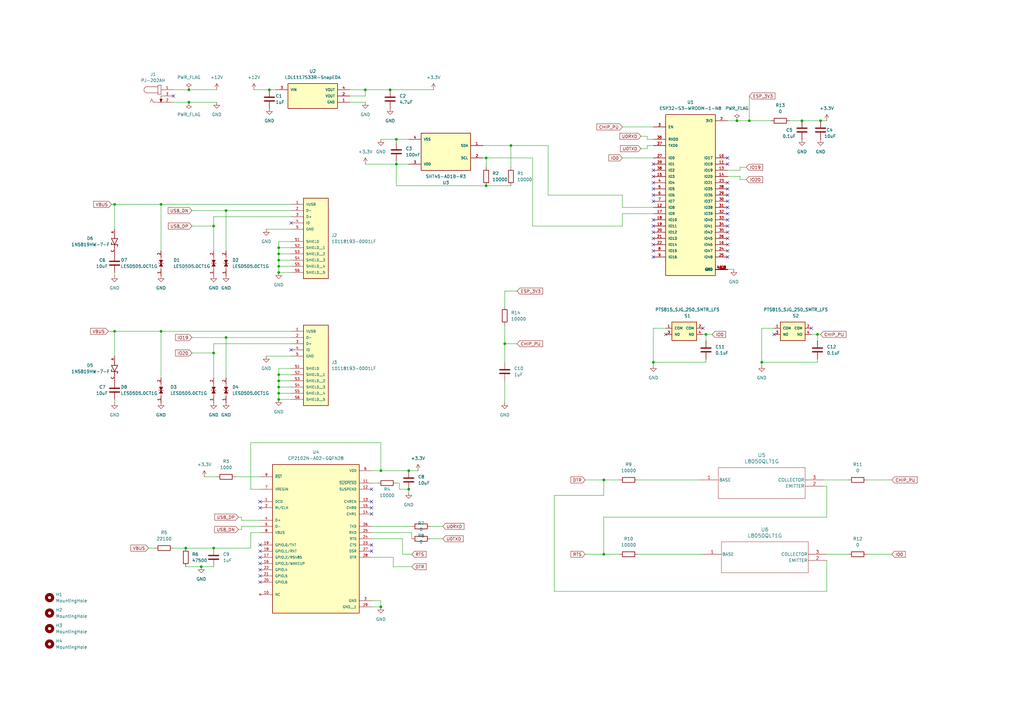
<source format=kicad_sch>
(kicad_sch (version 20231120) (generator "eeschema") (generator_version "8.0")
  (paper "A3")
  (junction (at 162.56 67.31))
  (junction (at 302.26 49.53))
  (junction (at 209.55 59.69))
  (junction (at 82.55 232.41))
  (junction (at 267.97 148.59))
  (junction (at 156.21 248.92))
  (junction (at 247.65 196.85))
  (junction (at 335.28 137.16))
  (junction (at 114.3 109.22))
  (junction (at 114.3 104.14))
  (junction (at 160.02 36.83))
  (junction (at 199.39 76.2))
  (junction (at 247.65 227.33))
  (junction (at 114.3 156.21))
  (junction (at 289.56 137.16))
  (junction (at 328.93 49.53))
  (junction (at 87.63 224.79))
  (junction (at 156.21 193.04))
  (junction (at 46.99 135.89))
  (junction (at 114.3 106.68))
  (junction (at 110.49 36.83))
  (junction (at 336.55 49.53))
  (junction (at 66.04 135.89))
  (junction (at 207.01 140.97))
  (junction (at 307.34 49.53))
  (junction (at 92.71 86.36))
  (junction (at 149.86 36.83))
  (junction (at 77.47 36.83))
  (junction (at 312.42 148.59))
  (junction (at 114.3 153.67))
  (junction (at 46.99 83.82))
  (junction (at 87.63 144.78))
  (junction (at 114.3 161.29))
  (junction (at 114.3 163.83))
  (junction (at 167.64 193.04))
  (junction (at 114.3 158.75))
  (junction (at 66.04 83.82))
  (junction (at 87.63 92.71))
  (junction (at 114.3 111.76))
  (junction (at 76.2 224.79))
  (junction (at 162.56 57.15))
  (junction (at 77.47 41.91))
  (junction (at 167.64 200.66))
  (junction (at 114.3 101.6))
  (junction (at 199.39 64.77))
  (junction (at 92.71 138.43))
  (no_connect (at 267.97 69.85))
  (no_connect (at 119.38 143.51))
  (no_connect (at 298.45 64.77))
  (no_connect (at 298.45 105.41))
  (no_connect (at 152.4 223.52))
  (no_connect (at 298.45 90.17))
  (no_connect (at 267.97 105.41))
  (no_connect (at 267.97 92.71))
  (no_connect (at 267.97 72.39))
  (no_connect (at 267.97 97.79))
  (no_connect (at 298.45 87.63))
  (no_connect (at 71.12 39.37))
  (no_connect (at 267.97 82.55))
  (no_connect (at 152.4 226.06))
  (no_connect (at 267.97 77.47))
  (no_connect (at 298.45 95.25))
  (no_connect (at 298.45 67.31))
  (no_connect (at 106.68 238.76))
  (no_connect (at 298.45 74.93))
  (no_connect (at 317.5 137.16))
  (no_connect (at 267.97 90.17))
  (no_connect (at 106.68 236.22))
  (no_connect (at 152.4 210.82))
  (no_connect (at 298.45 80.01))
  (no_connect (at 106.68 223.52))
  (no_connect (at 298.45 92.71))
  (no_connect (at 106.68 233.68))
  (no_connect (at 298.45 82.55))
  (no_connect (at 106.68 231.14))
  (no_connect (at 152.4 208.28))
  (no_connect (at 298.45 102.87))
  (no_connect (at 267.97 102.87))
  (no_connect (at 288.29 134.62))
  (no_connect (at 267.97 100.33))
  (no_connect (at 152.4 205.74))
  (no_connect (at 106.68 208.28))
  (no_connect (at 298.45 85.09))
  (no_connect (at 298.45 77.47))
  (no_connect (at 267.97 67.31))
  (no_connect (at 267.97 74.93))
  (no_connect (at 298.45 100.33))
  (no_connect (at 298.45 97.79))
  (no_connect (at 152.4 200.66))
  (no_connect (at 106.68 228.6))
  (no_connect (at 273.05 137.16))
  (no_connect (at 106.68 226.06))
  (no_connect (at 332.74 134.62))
  (no_connect (at 119.38 91.44))
  (no_connect (at 267.97 80.01))
  (no_connect (at 267.97 95.25))
  (no_connect (at 106.68 205.74))
  (wire (pts (xy 143.51 36.83) (xy 149.86 36.83)))
  (wire (pts (xy 267.97 148.59) (xy 289.56 148.59)))
  (wire (pts (xy 114.3 158.75) (xy 119.38 158.75)))
  (wire (pts (xy 199.39 64.77) (xy 218.44 64.77)))
  (wire (pts (xy 46.99 83.82) (xy 66.04 83.82)))
  (wire (pts (xy 156.21 246.38) (xy 156.21 248.92)))
  (wire (pts (xy 207.01 156.21) (xy 207.01 165.1)))
  (wire (pts (xy 162.56 66.04) (xy 162.56 67.31)))
  (wire (pts (xy 110.49 36.83) (xy 113.03 36.83)))
  (wire (pts (xy 261.62 227.33) (xy 288.29 227.33)))
  (wire (pts (xy 114.3 104.14) (xy 114.3 106.68)))
  (wire (pts (xy 289.56 137.16) (xy 292.1 137.16)))
  (wire (pts (xy 198.12 64.77) (xy 199.39 64.77)))
  (wire (pts (xy 255.27 92.71) (xy 255.27 87.63)))
  (wire (pts (xy 104.14 36.83) (xy 110.49 36.83)))
  (wire (pts (xy 161.29 228.6) (xy 161.29 232.41)))
  (wire (pts (xy 71.12 41.91) (xy 77.47 41.91)))
  (wire (pts (xy 149.86 36.83) (xy 160.02 36.83)))
  (wire (pts (xy 207.01 140.97) (xy 207.01 148.59)))
  (wire (pts (xy 255.27 85.09) (xy 267.97 85.09)))
  (wire (pts (xy 162.56 57.15) (xy 162.56 58.42)))
  (wire (pts (xy 114.3 101.6) (xy 114.3 104.14)))
  (wire (pts (xy 209.55 59.69) (xy 198.12 59.69)))
  (wire (pts (xy 255.27 87.63) (xy 267.97 87.63)))
  (wire (pts (xy 298.45 72.39) (xy 303.53 72.39)))
  (wire (pts (xy 114.3 104.14) (xy 119.38 104.14)))
  (wire (pts (xy 335.28 137.16) (xy 336.55 137.16)))
  (wire (pts (xy 114.3 109.22) (xy 114.3 111.76)))
  (wire (pts (xy 114.3 99.06) (xy 114.3 101.6)))
  (wire (pts (xy 66.04 83.82) (xy 119.38 83.82)))
  (wire (pts (xy 339.09 49.53) (xy 336.55 49.53)))
  (wire (pts (xy 224.79 59.69) (xy 209.55 59.69)))
  (wire (pts (xy 71.12 36.83) (xy 77.47 36.83)))
  (wire (pts (xy 207.01 140.97) (xy 212.09 140.97)))
  (wire (pts (xy 99.06 217.17) (xy 99.06 215.9)))
  (wire (pts (xy 262.89 55.88) (xy 265.43 55.88)))
  (wire (pts (xy 152.4 218.44) (xy 168.91 218.44)))
  (wire (pts (xy 312.42 134.62) (xy 312.42 148.59)))
  (wire (pts (xy 78.74 138.43) (xy 92.71 138.43)))
  (wire (pts (xy 303.53 69.85) (xy 303.53 68.58)))
  (wire (pts (xy 87.63 144.78) (xy 87.63 140.97)))
  (wire (pts (xy 114.3 156.21) (xy 114.3 158.75)))
  (wire (pts (xy 339.09 229.87) (xy 339.09 242.57)))
  (wire (pts (xy 78.74 86.36) (xy 92.71 86.36)))
  (wire (pts (xy 114.3 158.75) (xy 114.3 161.29)))
  (wire (pts (xy 335.28 147.32) (xy 335.28 148.59)))
  (wire (pts (xy 87.63 144.78) (xy 87.63 154.94)))
  (wire (pts (xy 87.63 88.9) (xy 119.38 88.9)))
  (wire (pts (xy 176.53 220.98) (xy 181.61 220.98)))
  (wire (pts (xy 337.82 196.85) (xy 347.98 196.85)))
  (wire (pts (xy 336.55 49.53) (xy 328.93 49.53)))
  (wire (pts (xy 339.09 242.57) (xy 227.33 242.57)))
  (wire (pts (xy 78.74 92.71) (xy 87.63 92.71)))
  (wire (pts (xy 46.99 135.89) (xy 46.99 146.05)))
  (wire (pts (xy 114.3 101.6) (xy 119.38 101.6)))
  (wire (pts (xy 298.45 69.85) (xy 303.53 69.85)))
  (wire (pts (xy 96.52 195.58) (xy 106.68 195.58)))
  (wire (pts (xy 143.51 39.37) (xy 149.86 39.37)))
  (wire (pts (xy 227.33 203.2) (xy 247.65 203.2)))
  (wire (pts (xy 152.4 246.38) (xy 156.21 246.38)))
  (wire (pts (xy 218.44 92.71) (xy 218.44 64.77)))
  (wire (pts (xy 162.56 198.12) (xy 163.83 198.12)))
  (wire (pts (xy 102.87 200.66) (xy 102.87 181.61)))
  (wire (pts (xy 102.87 224.79) (xy 87.63 224.79)))
  (wire (pts (xy 77.47 41.91) (xy 88.9 41.91)))
  (wire (pts (xy 302.26 49.53) (xy 307.34 49.53)))
  (wire (pts (xy 76.2 232.41) (xy 82.55 232.41)))
  (wire (pts (xy 337.82 199.39) (xy 339.09 199.39)))
  (wire (pts (xy 165.1 220.98) (xy 165.1 227.33)))
  (wire (pts (xy 317.5 134.62) (xy 312.42 134.62)))
  (wire (pts (xy 92.71 138.43) (xy 92.71 154.94)))
  (wire (pts (xy 303.53 72.39) (xy 303.53 73.66)))
  (wire (pts (xy 156.21 57.15) (xy 162.56 57.15)))
  (wire (pts (xy 247.65 227.33) (xy 254 227.33)))
  (wire (pts (xy 152.4 198.12) (xy 154.94 198.12)))
  (wire (pts (xy 114.3 163.83) (xy 119.38 163.83)))
  (wire (pts (xy 102.87 218.44) (xy 102.87 224.79)))
  (wire (pts (xy 66.04 135.89) (xy 66.04 154.94)))
  (wire (pts (xy 114.3 153.67) (xy 114.3 156.21)))
  (wire (pts (xy 323.85 49.53) (xy 328.93 49.53)))
  (wire (pts (xy 312.42 148.59) (xy 312.42 149.86)))
  (wire (pts (xy 152.4 248.92) (xy 156.21 248.92)))
  (wire (pts (xy 303.53 73.66) (xy 306.07 73.66)))
  (wire (pts (xy 78.74 144.78) (xy 87.63 144.78)))
  (wire (pts (xy 199.39 64.77) (xy 199.39 68.58)))
  (wire (pts (xy 262.89 60.96) (xy 265.43 60.96)))
  (wire (pts (xy 218.44 92.71) (xy 255.27 92.71)))
  (wire (pts (xy 109.22 146.05) (xy 119.38 146.05)))
  (wire (pts (xy 247.65 203.2) (xy 247.65 196.85)))
  (wire (pts (xy 46.99 135.89) (xy 66.04 135.89)))
  (wire (pts (xy 261.62 196.85) (xy 287.02 196.85)))
  (wire (pts (xy 332.74 137.16) (xy 335.28 137.16)))
  (wire (pts (xy 87.63 140.97) (xy 119.38 140.97)))
  (wire (pts (xy 267.97 134.62) (xy 267.97 148.59)))
  (wire (pts (xy 76.2 224.79) (xy 87.63 224.79)))
  (wire (pts (xy 102.87 181.61) (xy 156.21 181.61)))
  (wire (pts (xy 46.99 83.82) (xy 46.99 93.98)))
  (wire (pts (xy 92.71 86.36) (xy 119.38 86.36)))
  (wire (pts (xy 307.34 49.53) (xy 316.23 49.53)))
  (wire (pts (xy 143.51 41.91) (xy 149.86 41.91)))
  (wire (pts (xy 167.64 201.93) (xy 167.64 200.66)))
  (wire (pts (xy 77.47 36.83) (xy 88.9 36.83)))
  (wire (pts (xy 114.3 161.29) (xy 119.38 161.29)))
  (wire (pts (xy 163.83 198.12) (xy 163.83 200.66)))
  (wire (pts (xy 240.03 196.85) (xy 247.65 196.85)))
  (wire (pts (xy 199.39 76.2) (xy 209.55 76.2)))
  (wire (pts (xy 168.91 218.44) (xy 168.91 220.98)))
  (wire (pts (xy 339.09 212.09) (xy 247.65 212.09)))
  (wire (pts (xy 87.63 92.71) (xy 87.63 88.9)))
  (wire (pts (xy 163.83 200.66) (xy 167.64 200.66)))
  (wire (pts (xy 114.3 156.21) (xy 119.38 156.21)))
  (wire (pts (xy 149.86 39.37) (xy 149.86 36.83)))
  (wire (pts (xy 119.38 151.13) (xy 114.3 151.13)))
  (wire (pts (xy 267.97 148.59) (xy 267.97 149.86)))
  (wire (pts (xy 265.43 57.15) (xy 267.97 57.15)))
  (wire (pts (xy 92.71 138.43) (xy 119.38 138.43)))
  (wire (pts (xy 247.65 212.09) (xy 247.65 227.33)))
  (wire (pts (xy 298.45 49.53) (xy 302.26 49.53)))
  (wire (pts (xy 99.06 213.36) (xy 106.68 213.36)))
  (wire (pts (xy 99.06 212.09) (xy 99.06 213.36)))
  (wire (pts (xy 335.28 148.59) (xy 312.42 148.59)))
  (wire (pts (xy 167.64 193.04) (xy 171.45 193.04)))
  (wire (pts (xy 339.09 199.39) (xy 339.09 212.09)))
  (wire (pts (xy 160.02 36.83) (xy 177.8 36.83)))
  (wire (pts (xy 212.09 119.38) (xy 207.01 119.38)))
  (wire (pts (xy 335.28 137.16) (xy 335.28 139.7)))
  (wire (pts (xy 209.55 59.69) (xy 209.55 68.58)))
  (wire (pts (xy 162.56 67.31) (xy 167.64 67.31)))
  (wire (pts (xy 288.29 137.16) (xy 289.56 137.16)))
  (wire (pts (xy 114.3 106.68) (xy 114.3 109.22)))
  (wire (pts (xy 114.3 161.29) (xy 114.3 163.83)))
  (wire (pts (xy 45.72 83.82) (xy 46.99 83.82)))
  (wire (pts (xy 273.05 134.62) (xy 267.97 134.62)))
  (wire (pts (xy 207.01 133.35) (xy 207.01 140.97)))
  (wire (pts (xy 255.27 52.07) (xy 267.97 52.07)))
  (wire (pts (xy 109.22 93.98) (xy 119.38 93.98)))
  (wire (pts (xy 114.3 151.13) (xy 114.3 153.67)))
  (wire (pts (xy 265.43 59.69) (xy 267.97 59.69)))
  (wire (pts (xy 99.06 215.9) (xy 106.68 215.9)))
  (wire (pts (xy 97.79 212.09) (xy 99.06 212.09)))
  (wire (pts (xy 114.3 153.67) (xy 119.38 153.67)))
  (wire (pts (xy 355.6 227.33) (xy 365.76 227.33)))
  (wire (pts (xy 199.39 76.2) (xy 162.56 76.2)))
  (wire (pts (xy 114.3 106.68) (xy 119.38 106.68)))
  (wire (pts (xy 224.79 80.01) (xy 224.79 59.69)))
  (wire (pts (xy 114.3 109.22) (xy 119.38 109.22)))
  (wire (pts (xy 265.43 55.88) (xy 265.43 57.15)))
  (wire (pts (xy 176.53 215.9) (xy 181.61 215.9)))
  (wire (pts (xy 156.21 193.04) (xy 167.64 193.04)))
  (wire (pts (xy 307.34 39.37) (xy 307.34 49.53)))
  (wire (pts (xy 152.4 220.98) (xy 165.1 220.98)))
  (wire (pts (xy 119.38 99.06) (xy 114.3 99.06)))
  (wire (pts (xy 303.53 68.58) (xy 306.07 68.58)))
  (wire (pts (xy 240.03 227.33) (xy 247.65 227.33)))
  (wire (pts (xy 152.4 228.6) (xy 161.29 228.6)))
  (wire (pts (xy 83.82 195.58) (xy 88.9 195.58)))
  (wire (pts (xy 289.56 147.32) (xy 289.56 148.59)))
  (wire (pts (xy 224.79 80.01) (xy 255.27 80.01)))
  (wire (pts (xy 255.27 80.01) (xy 255.27 85.09)))
  (wire (pts (xy 161.29 232.41) (xy 168.91 232.41)))
  (wire (pts (xy 114.3 111.76) (xy 119.38 111.76)))
  (wire (pts (xy 152.4 193.04) (xy 156.21 193.04)))
  (wire (pts (xy 152.4 215.9) (xy 168.91 215.9)))
  (wire (pts (xy 97.79 217.17) (xy 99.06 217.17)))
  (wire (pts (xy 355.6 196.85) (xy 365.76 196.85)))
  (wire (pts (xy 71.12 224.79) (xy 76.2 224.79)))
  (wire (pts (xy 156.21 181.61) (xy 156.21 193.04)))
  (wire (pts (xy 162.56 57.15) (xy 167.64 57.15)))
  (wire (pts (xy 44.45 135.89) (xy 46.99 135.89)))
  (wire (pts (xy 82.55 232.41) (xy 87.63 232.41)))
  (wire (pts (xy 162.56 76.2) (xy 162.56 67.31)))
  (wire (pts (xy 207.01 119.38) (xy 207.01 125.73)))
  (wire (pts (xy 300.99 110.49) (xy 298.45 110.49)))
  (wire (pts (xy 165.1 227.33) (xy 168.91 227.33)))
  (wire (pts (xy 265.43 60.96) (xy 265.43 59.69)))
  (wire (pts (xy 227.33 242.57) (xy 227.33 203.2)))
  (wire (pts (xy 66.04 83.82) (xy 66.04 102.87)))
  (wire (pts (xy 247.65 196.85) (xy 254 196.85)))
  (wire (pts (xy 339.09 227.33) (xy 347.98 227.33)))
  (wire (pts (xy 92.71 86.36) (xy 92.71 102.87)))
  (wire (pts (xy 255.27 64.77) (xy 267.97 64.77)))
  (wire (pts (xy 66.04 135.89) (xy 119.38 135.89)))
  (wire (pts (xy 87.63 92.71) (xy 87.63 102.87)))
  (wire (pts (xy 46.99 111.76) (xy 46.99 113.03)))
  (wire (pts (xy 60.96 224.79) (xy 63.5 224.79)))
  (wire (pts (xy 289.56 137.16) (xy 289.56 139.7)))
  (wire (pts (xy 46.99 163.83) (xy 46.99 165.1)))
  (wire (pts (xy 106.68 218.44) (xy 102.87 218.44)))
  (wire (pts (xy 149.86 67.31) (xy 162.56 67.31)))
  (wire (pts (xy 106.68 200.66) (xy 102.87 200.66)))
  (global_label "U0RXD" (shape input) (at 262.89 55.88 180) (property "Intersheetrefs" "${INTERSHEET_REFS}" (effects (hide yes))))
  (global_label "VBUS" (shape input) (at 44.45 135.89 180) (property "Intersheetrefs" "${INTERSHEET_REFS}" (effects (hide yes))))
  (global_label "IO0" (shape input) (at 292.1 137.16 0) (property "Intersheetrefs" "${INTERSHEET_REFS}" (effects (hide yes))))
  (global_label "U0RXD" (shape input) (at 181.61 215.9 0) (property "Intersheetrefs" "${INTERSHEET_REFS}" (effects (hide yes))))
  (global_label "U0TXD" (shape input) (at 181.61 220.98 0) (property "Intersheetrefs" "${INTERSHEET_REFS}" (effects (hide yes))))
  (global_label "CHIP_PU" (shape input) (at 365.76 196.85 0) (property "Intersheetrefs" "${INTERSHEET_REFS}" (effects (hide yes))))
  (global_label "ESP_3V3" (shape input) (at 307.34 39.37 0) (property "Intersheetrefs" "${INTERSHEET_REFS}" (effects (hide yes))))
  (global_label "CHIP_PU" (shape input) (at 255.27 52.07 180) (property "Intersheetrefs" "${INTERSHEET_REFS}" (effects (hide yes))))
  (global_label "DTR" (shape input) (at 240.03 196.85 180) (property "Intersheetrefs" "${INTERSHEET_REFS}" (effects (hide yes))))
  (global_label "IO19" (shape input) (at 306.07 68.58 0) (property "Intersheetrefs" "${INTERSHEET_REFS}" (effects (hide yes))))
  (global_label "RTS" (shape input) (at 240.03 227.33 180) (property "Intersheetrefs" "${INTERSHEET_REFS}" (effects (hide yes))))
  (global_label "IO0" (shape input) (at 255.27 64.77 180) (property "Intersheetrefs" "${INTERSHEET_REFS}" (effects (hide yes))))
  (global_label "CHIP_PU" (shape input) (at 212.09 140.97 0) (property "Intersheetrefs" "${INTERSHEET_REFS}" (effects (hide yes))))
  (global_label "IO20" (shape input) (at 78.74 144.78 180) (property "Intersheetrefs" "${INTERSHEET_REFS}" (effects (hide yes))))
  (global_label "USB_DP" (shape input) (at 78.74 92.71 180) (property "Intersheetrefs" "${INTERSHEET_REFS}" (effects (hide yes))))
  (global_label "VBUS" (shape input) (at 45.72 83.82 180) (property "Intersheetrefs" "${INTERSHEET_REFS}" (effects (hide yes))))
  (global_label "U0TXD" (shape input) (at 262.89 60.96 180) (property "Intersheetrefs" "${INTERSHEET_REFS}" (effects (hide yes))))
  (global_label "VBUS" (shape input) (at 60.96 224.79 180) (property "Intersheetrefs" "${INTERSHEET_REFS}" (effects (hide yes))))
  (global_label "USB_DN" (shape input) (at 97.79 217.17 180) (property "Intersheetrefs" "${INTERSHEET_REFS}" (effects (hide yes))))
  (global_label "RTS" (shape input) (at 168.91 227.33 0) (property "Intersheetrefs" "${INTERSHEET_REFS}" (effects (hide yes))))
  (global_label "IO20" (shape input) (at 306.07 73.66 0) (property "Intersheetrefs" "${INTERSHEET_REFS}" (effects (hide yes))))
  (global_label "CHIP_PU" (shape input) (at 336.55 137.16 0) (property "Intersheetrefs" "${INTERSHEET_REFS}" (effects (hide yes))))
  (global_label "ESP_3V3" (shape input) (at 212.09 119.38 0) (property "Intersheetrefs" "${INTERSHEET_REFS}" (effects (hide yes))))
  (global_label "USB_DN" (shape input) (at 78.74 86.36 180) (property "Intersheetrefs" "${INTERSHEET_REFS}" (effects (hide yes))))
  (global_label "DTR" (shape input) (at 168.91 232.41 0) (property "Intersheetrefs" "${INTERSHEET_REFS}" (effects (hide yes))))
  (global_label "USB_DP" (shape input) (at 97.79 212.09 180) (property "Intersheetrefs" "${INTERSHEET_REFS}" (effects (hide yes))))
  (global_label "IO19" (shape input) (at 78.74 138.43 180) (property "Intersheetrefs" "${INTERSHEET_REFS}" (effects (hide yes))))
  (global_label "IO0" (shape input) (at 365.76 227.33 0) (property "Intersheetrefs" "${INTERSHEET_REFS}" (effects (hide yes))))
  (symbol (lib_id "ECE445:LESD5D5.0CT1G") (at 92.71 160.02 90) (unit 1)
    (property "Reference" "D4" (at 95.25 158.75 90) (effects (justify right)))
    (property "Value" "LESD5D5.0CT1G" (at 95.25 161.29 90) (effects (justify right)))
    (property "Footprint" "ECE445:LESD5D5_0CT1G" (effects (hide yes)))
    (property "Description" "\nTransient Voltage Suppressors for ESD Protection\n" (effects (hide yes)))
    (property "MF" "Leshan Radio Co." (effects (hide yes)))
    (property "MAXIMUM_PACKAGE_HEIGHT" "0.7 mm" (effects (hide yes)))
    (property "Package" "None" (effects (hide yes)))
    (property "Price" "None" (effects (hide yes)))
    (property "Check_prices" "https://www.snapeda.com/parts/LESD5D5.0CT1G/Leshan+Radio+Co./view-part/?ref=eda" (effects (hide yes)))
    (property "STANDARD" "Manufacturer Recommendations" (effects (hide yes)))
    (property "PARTREV" "O" (effects (hide yes)))
    (property "SnapEDA_Link" "https://www.snapeda.com/parts/LESD5D5.0CT1G/Leshan+Radio+Co./view-part/?ref=snap" (effects (hide yes)))
    (property "MP" "LESD5D5.0CT1G" (effects (hide yes)))
    (property "Availability" "Not in stock" (effects (hide yes)))
    (property "MANUFACTURER" "LRC" (effects (hide yes)))
  )
  (symbol (lib_id "power:GND") (at 328.93 57.15 0) (mirror y) (unit 1)
    (property "Reference" "#PWR014" (effects (hide yes)))
    (property "Value" "GND" (at 328.93 62.23 0))
    (property "Description" "Power symbol creates a global label with name \"GND\" , ground" (effects (hide yes)))
  )
  (symbol (lib_id "Mechanical:MountingHole") (at 20.32 264.16 0) (unit 1)
    (property "Reference" "H4" (at 22.86 262.89 0) (effects (justify left)))
    (property "Value" "MountingHole" (at 22.86 265.43 0) (effects (justify left)))
    (property "Footprint" "MountingHole:MountingHole_3.2mm_M3" (effects (hide yes)))
    (property "Description" "Mounting Hole without connection" (effects (hide yes)))
  )
  (symbol (lib_id "Device:R") (at 209.55 72.39 0) (unit 1)
    (property "Reference" "R1" (at 212.09 71.12 0) (effects (justify left)))
    (property "Value" "10000" (at 212.09 73.66 0) (effects (justify left)))
    (property "Footprint" "Resistor_SMD:R_0805_2012Metric" (effects (hide yes)))
    (property "Description" "Resistor" (effects (hide yes)))
  )
  (symbol (lib_id "Device:R") (at 172.72 220.98 90) (unit 1)
    (property "Reference" "R8" (at 172.72 219.71 90))
    (property "Value" "0" (at 172.72 222.25 90))
    (property "Footprint" "Resistor_SMD:R_0805_2012Metric" (effects (hide yes)))
    (property "Description" "Resistor" (effects (hide yes)))
  )
  (symbol (lib_id "power:PWR_FLAG") (at 77.47 36.83 0) (unit 1)
    (property "Reference" "#FLG01" (effects (hide yes)))
    (property "Value" "PWR_FLAG" (at 77.47 31.75 0))
    (property "Description" "Special symbol for telling ERC where power comes from" (effects (hide yes)))
  )
  (symbol (lib_id "power:GND") (at 66.04 165.1 0) (unit 1)
    (property "Reference" "#PWR033" (effects (hide yes)))
    (property "Value" "GND" (at 66.04 170.18 0))
    (property "Description" "Power symbol creates a global label with name \"GND\" , ground" (effects (hide yes)))
  )
  (symbol (lib_id "ECE445:L8050QLT1G") (at 288.29 227.33 0) (unit 1)
    (property "Reference" "U6" (at 313.69 217.17 0) (effects (font (size 1.524 1.524))))
    (property "Value" "L8050QLT1G" (at 313.69 219.71 0) (effects (font (size 1.524 1.524))))
    (property "Footprint" "ECE445:SOT-23_ONS" (effects (hide yes)))
    (property "Datasheet" "KSC3265YMTF" (effects (hide yes)))
  )
  (symbol (lib_id "Device:R") (at 257.81 196.85 90) (unit 1)
    (property "Reference" "R9" (at 257.81 190.5 90))
    (property "Value" "10000" (at 257.81 193.04 90))
    (property "Footprint" "Resistor_SMD:R_0805_2012Metric" (effects (hide yes)))
    (property "Description" "Resistor" (effects (hide yes)))
  )
  (symbol (lib_id "power:GND") (at 87.63 165.1 0) (unit 1)
    (property "Reference" "#PWR018" (effects (hide yes)))
    (property "Value" "GND" (at 87.63 170.18 0))
    (property "Description" "Power symbol creates a global label with name \"GND\" , ground" (effects (hide yes)))
  )
  (symbol (lib_id "ECE445:L8050QLT1G") (at 287.02 196.85 0) (unit 1)
    (property "Reference" "U5" (at 312.42 186.69 0) (effects (font (size 1.524 1.524))))
    (property "Value" "L8050QLT1G" (at 312.42 189.23 0) (effects (font (size 1.524 1.524))))
    (property "Footprint" "ECE445:SOT-23_ONS" (effects (hide yes)))
    (property "Datasheet" "KSC3265YMTF" (effects (hide yes)))
  )
  (symbol (lib_id "Device:R") (at 207.01 129.54 0) (unit 1)
    (property "Reference" "R14" (at 209.55 128.27 0) (effects (justify left)))
    (property "Value" "10000" (at 209.55 130.81 0) (effects (justify left)))
    (property "Footprint" "Resistor_SMD:R_0805_2012Metric" (effects (hide yes)))
    (property "Description" "Resistor" (effects (hide yes)))
  )
  (symbol (lib_id "Device:C") (at 87.63 228.6 0) (unit 1)
    (property "Reference" "C9" (at 91.44 227.33 0) (effects (justify left)))
    (property "Value" "1uF" (at 91.44 229.87 0) (effects (justify left)))
    (property "Footprint" "Capacitor_SMD:C_0805_2012Metric" (effects (hide yes)))
    (property "Description" "Unpolarized capacitor" (effects (hide yes)))
  )
  (symbol (lib_id "ECE445:10118193-0001LF") (at 129.54 143.51 0) (unit 1)
    (property "Reference" "J3" (at 135.89 148.59 0) (effects (justify left)))
    (property "Value" "10118193-0001LF" (at 135.89 151.13 0) (effects (justify left)))
    (property "Footprint" "ECE445:10118193-0001LF" (effects (hide yes)))
    (property "PARTREV" "E" (effects (hide yes)))
    (property "MANUFACTURER" "Amphenol FCI" (effects (hide yes)))
    (property "MAXIMUM_PACKAGE_HEIGHT" "2.55 mm" (effects (hide yes)))
    (property "STANDARD" "Manufacturer Recommendations" (effects (hide yes)))
  )
  (symbol (lib_id "Device:C") (at 160.02 40.64 0) (unit 1)
    (property "Reference" "C2" (at 163.83 39.37 0) (effects (justify left)))
    (property "Value" "4.7uF" (at 163.83 41.91 0) (effects (justify left)))
    (property "Footprint" "Capacitor_SMD:C_0805_2012Metric" (effects (hide yes)))
    (property "Description" "Unpolarized capacitor" (effects (hide yes)))
  )
  (symbol (lib_id "ECE445:1N5819HW-7-F") (at 46.99 151.13 270) (unit 1)
    (property "Reference" "D5" (at 35.56 149.86 90) (effects (justify left)))
    (property "Value" "1N5819HW-7-F" (at 29.21 152.4 90) (effects (justify left)))
    (property "Footprint" "ECE445:1N5819HW-7-F" (effects (hide yes)))
    (property "PARTREV" "18-2" (effects (hide yes)))
    (property "STANDARD" "IPC-7351B" (effects (hide yes)))
    (property "MANUFACTURER" "Diodes Inc." (effects (hide yes)))
  )
  (symbol (lib_id "Device:C") (at 335.28 143.51 0) (unit 1)
    (property "Reference" "C12" (at 339.09 142.24 0) (effects (justify left)))
    (property "Value" "0.1uF" (at 339.09 144.78 0) (effects (justify left)))
    (property "Footprint" "Capacitor_SMD:C_0805_2012Metric" (effects (hide yes)))
    (property "Description" "Unpolarized capacitor" (effects (hide yes)))
  )
  (symbol (lib_id "ECE445:1N5819HW-7-F") (at 46.99 99.06 270) (unit 1)
    (property "Reference" "D6" (at 35.56 97.79 90) (effects (justify left)))
    (property "Value" "1N5819HW-7-F" (at 29.21 100.33 90) (effects (justify left)))
    (property "Footprint" "ECE445:1N5819HW-7-F" (effects (hide yes)))
    (property "PARTREV" "18-2" (effects (hide yes)))
    (property "STANDARD" "IPC-7351B" (effects (hide yes)))
    (property "MANUFACTURER" "Diodes Inc." (effects (hide yes)))
  )
  (symbol (lib_id "ECE445:LESD5D5.0CT1G") (at 87.63 107.95 90) (unit 1)
    (property "Reference" "D1" (at 71.12 106.68 90) (effects (justify right)))
    (property "Value" "LESD5D5.0CT1G" (at 71.12 109.22 90) (effects (justify right)))
    (property "Footprint" "ECE445:LESD5D5_0CT1G" (effects (hide yes)))
    (property "Description" "\nTransient Voltage Suppressors for ESD Protection\n" (effects (hide yes)))
    (property "MF" "Leshan Radio Co." (effects (hide yes)))
    (property "MAXIMUM_PACKAGE_HEIGHT" "0.7 mm" (effects (hide yes)))
    (property "Package" "None" (effects (hide yes)))
    (property "Price" "None" (effects (hide yes)))
    (property "Check_prices" "https://www.snapeda.com/parts/LESD5D5.0CT1G/Leshan+Radio+Co./view-part/?ref=eda" (effects (hide yes)))
    (property "STANDARD" "Manufacturer Recommendations" (effects (hide yes)))
    (property "PARTREV" "O" (effects (hide yes)))
    (property "SnapEDA_Link" "https://www.snapeda.com/parts/LESD5D5.0CT1G/Leshan+Radio+Co./view-part/?ref=snap" (effects (hide yes)))
    (property "MP" "LESD5D5.0CT1G" (effects (hide yes)))
    (property "Availability" "Not in stock" (effects (hide yes)))
    (property "MANUFACTURER" "LRC" (effects (hide yes)))
  )
  (symbol (lib_id "power:GND") (at 267.97 149.86 0) (unit 1)
    (property "Reference" "#PWR030" (effects (hide yes)))
    (property "Value" "GND" (at 267.97 154.94 0))
    (property "Description" "Power symbol creates a global label with name \"GND\" , ground" (effects (hide yes)))
  )
  (symbol (lib_id "power:+12V") (at 88.9 36.83 0) (unit 1)
    (property "Reference" "#PWR01" (effects (hide yes)))
    (property "Value" "+12V" (at 88.9 31.75 0))
    (property "Description" "Power symbol creates a global label with name \"+12V\"" (effects (hide yes)))
  )
  (symbol (lib_id "power:+3.3V") (at 171.45 193.04 0) (unit 1)
    (property "Reference" "#PWR025" (effects (hide yes)))
    (property "Value" "+3.3V" (at 171.45 187.96 0))
    (property "Description" "Power symbol creates a global label with name \"+3.3V\"" (effects (hide yes)))
  )
  (symbol (lib_id "ECE445:ESP32-S3-WROOM-1-N8") (at 283.21 77.47 0) (unit 1)
    (property "Reference" "U1" (at 283.21 41.91 0))
    (property "Value" "ESP32-S3-WROOM-1-N8" (at 283.21 44.45 0))
    (property "Footprint" "ECE445:ESP32-S3-WROOM-1-N8-SnapEDA" (effects (hide yes)))
    (property "Description" "\nWiFi 802.11a/b/g/n, Bluetooth v5.0 Transceiver Module 2.4GHz Antenna Not Included -\n" (effects (hide yes)))
    (property "DigiKey_Part_Number" "1965-ESP32-S3-WROOM-1-N8TR-ND" (effects (hide yes)))
    (property "MF" "Espressif Systems" (effects (hide yes)))
    (property "DESCRIPTION" "Bluetooth, WiFi 802.11b/g/n, Bluetooth v5.0 Transceiver Module 2.4GHz PCB Trace Surface Mount" (effects (hide yes)))
    (property "PACKAGE" "None" (effects (hide yes)))
    (property "PRICE" "None" (effects (hide yes)))
    (property "Package" "NON STANDARD Espressif Systems" (effects (hide yes)))
    (property "Check_prices" "https://www.snapeda.com/parts/ESP32-S3-WROOM-1-N8/Espressif+Systems/view-part/?ref=eda" (effects (hide yes)))
    (property "SnapEDA_Link" "https://www.snapeda.com/parts/ESP32-S3-WROOM-1-N8/Espressif+Systems/view-part/?ref=snap" (effects (hide yes)))
    (property "MP" "ESP32-S3-WROOM-1-N8" (effects (hide yes)))
    (property "Purchase-URL" "https://www.snapeda.com/api/url_track_click_mouser/?unipart_id=11020927&manufacturer=Espressif Systems&part_name=ESP32-S3-WROOM-1-N8&search_term=None" (effects (hide yes)))
    (property "AVAILABILITY" "In Stock" (effects (hide yes)))
    (property "PURCHASE-URL" "https://pricing.snapeda.com/search/part/ESP32-S3-WROOM-1-N8R8/?ref=eda" (effects (hide yes)))
  )
  (symbol (lib_id "power:GND") (at 167.64 201.93 0) (unit 1)
    (property "Reference" "#PWR026" (effects (hide yes)))
    (property "Value" "GND" (at 167.64 207.01 0))
    (property "Description" "Power symbol creates a global label with name \"GND\" , ground" (effects (hide yes)))
  )
  (symbol (lib_id "Device:R") (at 158.75 198.12 270) (unit 1)
    (property "Reference" "R4" (at 158.75 200.66 90))
    (property "Value" "10000" (at 158.75 203.2 90))
    (property "Footprint" "Resistor_SMD:R_0805_2012Metric" (effects (hide yes)))
    (property "Description" "Resistor" (effects (hide yes)))
  )
  (symbol (lib_id "Device:R") (at 92.71 195.58 90) (unit 1)
    (property "Reference" "R3" (at 92.71 189.23 90))
    (property "Value" "1000" (at 92.71 191.77 90))
    (property "Footprint" "Resistor_SMD:R_0805_2012Metric" (effects (hide yes)))
    (property "Description" "Resistor" (effects (hide yes)))
  )
  (symbol (lib_id "Mechanical:MountingHole") (at 20.32 257.81 0) (unit 1)
    (property "Reference" "H3" (at 22.86 256.54 0) (effects (justify left)))
    (property "Value" "MountingHole" (at 22.86 259.08 0) (effects (justify left)))
    (property "Footprint" "MountingHole:MountingHole_3.2mm_M3" (effects (hide yes)))
    (property "Description" "Mounting Hole without connection" (effects (hide yes)))
  )
  (symbol (lib_id "power:GND") (at 149.86 41.91 0) (unit 1)
    (property "Reference" "#PWR04" (effects (hide yes)))
    (property "Value" "GND" (at 149.86 46.99 0))
    (property "Description" "Power symbol creates a global label with name \"GND\" , ground" (effects (hide yes)))
  )
  (symbol (lib_id "Device:R") (at 172.72 215.9 90) (unit 1)
    (property "Reference" "R7" (at 172.72 214.63 90))
    (property "Value" "0" (at 172.72 217.17 90))
    (property "Footprint" "Resistor_SMD:R_0805_2012Metric" (effects (hide yes)))
    (property "Description" "Resistor" (effects (hide yes)))
  )
  (symbol (lib_id "power:GND") (at 46.99 113.03 0) (unit 1)
    (property "Reference" "#PWR022" (effects (hide yes)))
    (property "Value" "GND" (at 46.99 118.11 0))
    (property "Description" "Power symbol creates a global label with name \"GND\" , ground" (effects (hide yes)))
  )
  (symbol (lib_id "power:GND") (at 110.49 44.45 0) (unit 1)
    (property "Reference" "#PWR012" (effects (hide yes)))
    (property "Value" "GND" (at 110.49 49.53 0))
    (property "Description" "Power symbol creates a global label with name \"GND\" , ground" (effects (hide yes)))
  )
  (symbol (lib_id "power:GND") (at 92.71 165.1 0) (unit 1)
    (property "Reference" "#PWR019" (effects (hide yes)))
    (property "Value" "GND" (at 92.71 170.18 0))
    (property "Description" "Power symbol creates a global label with name \"GND\" , ground" (effects (hide yes)))
  )
  (symbol (lib_id "Device:R") (at 257.81 227.33 90) (unit 1)
    (property "Reference" "R10" (at 257.81 220.98 90))
    (property "Value" "10000" (at 257.81 223.52 90))
    (property "Footprint" "Resistor_SMD:R_0805_2012Metric" (effects (hide yes)))
    (property "Description" "Resistor" (effects (hide yes)))
  )
  (symbol (lib_id "power:GND") (at 87.63 113.03 0) (unit 1)
    (property "Reference" "#PWR016" (effects (hide yes)))
    (property "Value" "GND" (at 87.63 118.11 0))
    (property "Description" "Power symbol creates a global label with name \"GND\" , ground" (effects (hide yes)))
  )
  (symbol (lib_id "ECE445:10118193-0001LF") (at 129.54 91.44 0) (unit 1)
    (property "Reference" "J2" (at 135.89 96.52 0) (effects (justify left)))
    (property "Value" "10118193-0001LF" (at 135.89 99.06 0) (effects (justify left)))
    (property "Footprint" "ECE445:10118193-0001LF" (effects (hide yes)))
    (property "PARTREV" "E" (effects (hide yes)))
    (property "MANUFACTURER" "Amphenol FCI" (effects (hide yes)))
    (property "MAXIMUM_PACKAGE_HEIGHT" "2.55 mm" (effects (hide yes)))
    (property "STANDARD" "Manufacturer Recommendations" (effects (hide yes)))
  )
  (symbol (lib_id "Device:C") (at 328.93 53.34 0) (mirror y) (unit 1)
    (property "Reference" "C5" (at 325.12 53.34 0) (effects (justify left)))
    (property "Value" "0.1uF" (at 326.39 55.88 0) (effects (justify left)))
    (property "Footprint" "Capacitor_SMD:C_0805_2012Metric" (effects (hide yes)))
    (property "Description" "Unpolarized capacitor" (effects (hide yes)))
  )
  (symbol (lib_id "ECE445:LESD5D5.0CT1G") (at 66.04 107.95 90) (unit 1)
    (property "Reference" "D7" (at 49.53 106.68 90) (effects (justify right)))
    (property "Value" "LESD5D5.0CT1G" (at 49.53 109.22 90) (effects (justify right)))
    (property "Footprint" "ECE445:LESD5D5_0CT1G" (effects (hide yes)))
    (property "Description" "\nTransient Voltage Suppressors for ESD Protection\n" (effects (hide yes)))
    (property "MF" "Leshan Radio Co." (effects (hide yes)))
    (property "MAXIMUM_PACKAGE_HEIGHT" "0.7 mm" (effects (hide yes)))
    (property "Package" "None" (effects (hide yes)))
    (property "Price" "None" (effects (hide yes)))
    (property "Check_prices" "https://www.snapeda.com/parts/LESD5D5.0CT1G/Leshan+Radio+Co./view-part/?ref=eda" (effects (hide yes)))
    (property "STANDARD" "Manufacturer Recommendations" (effects (hide yes)))
    (property "PARTREV" "O" (effects (hide yes)))
    (property "SnapEDA_Link" "https://www.snapeda.com/parts/LESD5D5.0CT1G/Leshan+Radio+Co./view-part/?ref=snap" (effects (hide yes)))
    (property "MP" "LESD5D5.0CT1G" (effects (hide yes)))
    (property "Availability" "Not in stock" (effects (hide yes)))
    (property "MANUFACTURER" "LRC" (effects (hide yes)))
  )
  (symbol (lib_id "Mechanical:MountingHole") (at 20.32 245.11 0) (unit 1)
    (property "Reference" "H1" (at 22.86 243.84 0) (effects (justify left)))
    (property "Value" "MountingHole" (at 22.86 246.38 0) (effects (justify left)))
    (property "Footprint" "MountingHole:MountingHole_3.2mm_M3" (effects (hide yes)))
    (property "Description" "Mounting Hole without connection" (effects (hide yes)))
  )
  (symbol (lib_id "Device:C") (at 289.56 143.51 0) (unit 1)
    (property "Reference" "C11" (at 293.37 142.24 0) (effects (justify left)))
    (property "Value" "0.1uF" (at 293.37 144.78 0) (effects (justify left)))
    (property "Footprint" "Capacitor_SMD:C_0805_2012Metric" (effects (hide yes)))
    (property "Description" "Unpolarized capacitor" (effects (hide yes)))
  )
  (symbol (lib_id "power:+3.3V") (at 83.82 195.58 0) (unit 1)
    (property "Reference" "#PWR027" (effects (hide yes)))
    (property "Value" "+3.3V" (at 83.82 190.5 0))
    (property "Description" "Power symbol creates a global label with name \"+3.3V\"" (effects (hide yes)))
  )
  (symbol (lib_id "Device:R") (at 76.2 228.6 180) (unit 1)
    (property "Reference" "R6" (at 78.74 227.33 0) (effects (justify right)))
    (property "Value" "47500" (at 78.74 229.87 0) (effects (justify right)))
    (property "Footprint" "Resistor_SMD:R_0805_2012Metric" (effects (hide yes)))
    (property "Description" "Resistor" (effects (hide yes)))
  )
  (symbol (lib_id "power:GND") (at 312.42 149.86 0) (unit 1)
    (property "Reference" "#PWR031" (effects (hide yes)))
    (property "Value" "GND" (at 312.42 154.94 0))
    (property "Description" "Power symbol creates a global label with name \"GND\" , ground" (effects (hide yes)))
  )
  (symbol (lib_id "power:+3.3V") (at 149.86 67.31 0) (unit 1)
    (property "Reference" "#PWR06" (effects (hide yes)))
    (property "Value" "+3.3V" (at 149.86 62.23 0))
    (property "Description" "Power symbol creates a global label with name \"+3.3V\"" (effects (hide yes)))
  )
  (symbol (lib_id "power:GND") (at 46.99 165.1 0) (unit 1)
    (property "Reference" "#PWR023" (effects (hide yes)))
    (property "Value" "GND" (at 46.99 170.18 0))
    (property "Description" "Power symbol creates a global label with name \"GND\" , ground" (effects (hide yes)))
  )
  (symbol (lib_id "ECE445:LESD5D5.0CT1G") (at 87.63 160.02 90) (unit 1)
    (property "Reference" "D3" (at 69.85 158.75 90) (effects (justify right)))
    (property "Value" "LESD5D5.0CT1G" (at 69.85 161.29 90) (effects (justify right)))
    (property "Footprint" "ECE445:LESD5D5_0CT1G" (effects (hide yes)))
    (property "Description" "\nTransient Voltage Suppressors for ESD Protection\n" (effects (hide yes)))
    (property "MF" "Leshan Radio Co." (effects (hide yes)))
    (property "MAXIMUM_PACKAGE_HEIGHT" "0.7 mm" (effects (hide yes)))
    (property "Package" "None" (effects (hide yes)))
    (property "Price" "None" (effects (hide yes)))
    (property "Check_prices" "https://www.snapeda.com/parts/LESD5D5.0CT1G/Leshan+Radio+Co./view-part/?ref=eda" (effects (hide yes)))
    (property "STANDARD" "Manufacturer Recommendations" (effects (hide yes)))
    (property "PARTREV" "O" (effects (hide yes)))
    (property "SnapEDA_Link" "https://www.snapeda.com/parts/LESD5D5.0CT1G/Leshan+Radio+Co./view-part/?ref=snap" (effects (hide yes)))
    (property "MP" "LESD5D5.0CT1G" (effects (hide yes)))
    (property "Availability" "Not in stock" (effects (hide yes)))
    (property "MANUFACTURER" "LRC" (effects (hide yes)))
  )
  (symbol (lib_id "power:+3.3V") (at 177.8 36.83 0) (unit 1)
    (property "Reference" "#PWR05" (effects (hide yes)))
    (property "Value" "+3.3V" (at 177.8 31.75 0))
    (property "Description" "Power symbol creates a global label with name \"+3.3V\"" (effects (hide yes)))
  )
  (symbol (lib_id "ECE445:PTS815_SJG_250_SMTR_LFS") (at 285.75 139.7 180) (unit 1)
    (property "Reference" "S1" (at 281.94 129.54 0))
    (property "Value" "PTS815_SJG_250_SMTR_LFS" (at 281.94 127 0))
    (property "Footprint" "ECE445:PTS815 SJG 250 SMTR LFS" (effects (hide yes)))
    (property "Description" "\nSwitch;Tactile;4.2 x 3.2;2.5MM;400gf;J Leads | C&K PTS815 SJG 250 SMTR LFS\n" (effects (hide yes)))
    (property "MANUFACTURER_NAME" "C & K COMPONENTS" (effects (hide yes)))
    (property "MF" "C&K" (effects (hide yes)))
    (property "MOUSER_PRICE-STOCK" "https://www.mouser.co.uk/ProductDetail/CK/PTS815-SJG-250-SMTR-LFS?qs=ahcBuItHZ3yjoEmU1Oppnw%3D%3D" (effects (hide yes)))
    (property "DESCRIPTION" "Tactile Switches Tact Switch, 12 VDC, 50 mA, 4.2x3.2, 2.5mm H, 400gf, J leads" (effects (hide yes)))
    (property "MOUSER_PART_NUMBER" "611-PTS815SJG250SMTR" (effects (hide yes)))
    (property "Price" "None" (effects (hide yes)))
    (property "Package" "None" (effects (hide yes)))
    (property "Check_prices" "https://www.snapeda.com/parts/PTS815%20SJG%20250%20SMTR%20LFS/C%2526K/view-part/?ref=eda" (effects (hide yes)))
    (property "HEIGHT" "2.7mm" (effects (hide yes)))
    (property "SnapEDA_Link" "https://www.snapeda.com/parts/PTS815%20SJG%20250%20SMTR%20LFS/C%2526K/view-part/?ref=snap" (effects (hide yes)))
    (property "MP" "PTS815 SJG 250 SMTR LFS" (effects (hide yes)))
    (property "Availability" "In Stock" (effects (hide yes)))
    (property "MANUFACTURER_PART_NUMBER" "PTS815 SJG 250 SMTR LFS" (effects (hide yes)))
  )
  (symbol (lib_id "ECE445:PTS815_SJG_250_SMTR_LFS") (at 330.2 139.7 180) (unit 1)
    (property "Reference" "S2" (at 326.39 129.54 0))
    (property "Value" "PTS815_SJG_250_SMTR_LFS" (at 326.39 127 0))
    (property "Footprint" "ECE445:PTS815 SJG 250 SMTR LFS" (effects (hide yes)))
    (property "Description" "\nSwitch;Tactile;4.2 x 3.2;2.5MM;400gf;J Leads | C&K PTS815 SJG 250 SMTR LFS\n" (effects (hide yes)))
    (property "MANUFACTURER_NAME" "C & K COMPONENTS" (effects (hide yes)))
    (property "MF" "C&K" (effects (hide yes)))
    (property "MOUSER_PRICE-STOCK" "https://www.mouser.co.uk/ProductDetail/CK/PTS815-SJG-250-SMTR-LFS?qs=ahcBuItHZ3yjoEmU1Oppnw%3D%3D" (effects (hide yes)))
    (property "DESCRIPTION" "Tactile Switches Tact Switch, 12 VDC, 50 mA, 4.2x3.2, 2.5mm H, 400gf, J leads" (effects (hide yes)))
    (property "MOUSER_PART_NUMBER" "611-PTS815SJG250SMTR" (effects (hide yes)))
    (property "Price" "None" (effects (hide yes)))
    (property "Package" "None" (effects (hide yes)))
    (property "Check_prices" "https://www.snapeda.com/parts/PTS815%20SJG%20250%20SMTR%20LFS/C%2526K/view-part/?ref=eda" (effects (hide yes)))
    (property "HEIGHT" "2.7mm" (effects (hide yes)))
    (property "SnapEDA_Link" "https://www.snapeda.com/parts/PTS815%20SJG%20250%20SMTR%20LFS/C%2526K/view-part/?ref=snap" (effects (hide yes)))
    (property "MP" "PTS815 SJG 250 SMTR LFS" (effects (hide yes)))
    (property "Availability" "In Stock" (effects (hide yes)))
    (property "MANUFACTURER_PART_NUMBER" "PTS815 SJG 250 SMTR LFS" (effects (hide yes)))
  )
  (symbol (lib_id "power:GND") (at 207.01 165.1 0) (unit 1)
    (property "Reference" "#PWR029" (effects (hide yes)))
    (property "Value" "GND" (at 207.01 170.18 0))
    (property "Description" "Power symbol creates a global label with name \"GND\" , ground" (effects (hide yes)))
  )
  (symbol (lib_id "power:GND") (at 156.21 57.15 0) (unit 1)
    (property "Reference" "#PWR08" (effects (hide yes)))
    (property "Value" "GND" (at 156.21 62.23 0))
    (property "Description" "Power symbol creates a global label with name \"GND\" , ground" (effects (hide yes)))
  )
  (symbol (lib_id "power:GND") (at 114.3 111.76 0) (unit 1)
    (property "Reference" "#PWR010" (effects (hide yes)))
    (property "Value" "GND" (at 114.3 116.84 0))
    (property "Description" "Power symbol creates a global label with name \"GND\" , ground" (effects (hide yes)))
  )
  (symbol (lib_id "power:GND") (at 88.9 41.91 0) (unit 1)
    (property "Reference" "#PWR03" (effects (hide yes)))
    (property "Value" "GND" (at 88.9 46.99 0))
    (property "Description" "Power symbol creates a global label with name \"GND\" , ground" (effects (hide yes)))
  )
  (symbol (lib_id "Mechanical:MountingHole") (at 20.32 251.46 0) (unit 1)
    (property "Reference" "H2" (at 22.86 250.19 0) (effects (justify left)))
    (property "Value" "MountingHole" (at 22.86 252.73 0) (effects (justify left)))
    (property "Footprint" "MountingHole:MountingHole_3.2mm_M3" (effects (hide yes)))
    (property "Description" "Mounting Hole without connection" (effects (hide yes)))
  )
  (symbol (lib_id "power:GND") (at 109.22 146.05 0) (unit 1)
    (property "Reference" "#PWR020" (effects (hide yes)))
    (property "Value" "GND" (at 109.22 151.13 0))
    (property "Description" "Power symbol creates a global label with name \"GND\" , ground" (effects (hide yes)))
  )
  (symbol (lib_id "power:GND") (at 109.22 93.98 0) (unit 1)
    (property "Reference" "#PWR015" (effects (hide yes)))
    (property "Value" "GND" (at 109.22 99.06 0))
    (property "Description" "Power symbol creates a global label with name \"GND\" , ground" (effects (hide yes)))
  )
  (symbol (lib_id "ECE445:CP2102N-A02-GQFN28") (at 129.54 220.98 0) (unit 1)
    (property "Reference" "U4" (at 129.54 185.42 0))
    (property "Value" "CP2102N-A02-GQFN28" (at 129.54 187.96 0))
    (property "Footprint" "ECE445:CP2102N-A02-GQFN28" (effects (hide yes)))
    (property "PARTREV" "1.5" (effects (hide yes)))
    (property "MANUFACTURER" "Silicon Labs" (effects (hide yes)))
    (property "MAXIMUM_PACKAGE_HEIGHT" "0.8 mm" (effects (hide yes)))
    (property "STANDARD" "IPC 7351B" (effects (hide yes)))
  )
  (symbol (lib_id "Device:R") (at 320.04 49.53 90) (unit 1)
    (property "Reference" "R13" (at 320.04 43.18 90))
    (property "Value" "0" (at 320.04 45.72 90))
    (property "Footprint" "Resistor_SMD:R_0805_2012Metric" (effects (hide yes)))
    (property "Description" "Resistor" (effects (hide yes)))
  )
  (symbol (lib_id "Device:C") (at 110.49 40.64 0) (unit 1)
    (property "Reference" "C1" (at 113.03 39.37 0) (effects (justify left)))
    (property "Value" "1uF" (at 113.03 41.91 0) (effects (justify left)))
    (property "Footprint" "Capacitor_SMD:C_0805_2012Metric" (effects (hide yes)))
    (property "Description" "Unpolarized capacitor" (effects (hide yes)))
  )
  (symbol (lib_id "power:GND") (at 82.55 232.41 0) (unit 1)
    (property "Reference" "#PWR028" (effects (hide yes)))
    (property "Value" "GND" (at 82.55 237.49 0))
    (property "Description" "Power symbol creates a global label with name \"GND\" , ground" (effects (hide yes)))
  )
  (symbol (lib_id "power:PWR_FLAG") (at 302.26 49.53 0) (unit 1)
    (property "Reference" "#FLG03" (effects (hide yes)))
    (property "Value" "PWR_FLAG" (at 302.26 44.45 0))
    (property "Description" "Special symbol for telling ERC where power comes from" (effects (hide yes)))
  )
  (symbol (lib_id "power:GND") (at 66.04 113.03 0) (unit 1)
    (property "Reference" "#PWR032" (effects (hide yes)))
    (property "Value" "GND" (at 66.04 118.11 0))
    (property "Description" "Power symbol creates a global label with name \"GND\" , ground" (effects (hide yes)))
  )
  (symbol (lib_id "Device:R") (at 67.31 224.79 90) (unit 1)
    (property "Reference" "R5" (at 67.31 218.44 90))
    (property "Value" "22100" (at 67.31 220.98 90))
    (property "Footprint" "Resistor_SMD:R_0805_2012Metric" (effects (hide yes)))
    (property "Description" "Resistor" (effects (hide yes)))
  )
  (symbol (lib_id "ECE445:SHT45-AD1B-R3") (at 182.88 62.23 180) (unit 1)
    (property "Reference" "U3" (at 182.88 74.93 0))
    (property "Value" "SHT45-AD1B-R3" (at 182.88 72.39 0))
    (property "Footprint" "ECE445:SHT45-AD1B-R3" (effects (hide yes)))
  )
  (symbol (lib_id "power:GND") (at 92.71 113.03 0) (unit 1)
    (property "Reference" "#PWR017" (effects (hide yes)))
    (property "Value" "GND" (at 92.71 118.11 0))
    (property "Description" "Power symbol creates a global label with name \"GND\" , ground" (effects (hide yes)))
  )
  (symbol (lib_id "power:+12V") (at 104.14 36.83 0) (unit 1)
    (property "Reference" "#PWR02" (effects (hide yes)))
    (property "Value" "+12V" (at 104.14 31.75 0))
    (property "Description" "Power symbol creates a global label with name \"+12V\"" (effects (hide yes)))
  )
  (symbol (lib_id "Device:C") (at 167.64 196.85 0) (unit 1)
    (property "Reference" "C8" (at 171.45 195.58 0) (effects (justify left)))
    (property "Value" "10uF" (at 171.45 198.12 0) (effects (justify left)))
    (property "Footprint" "Capacitor_SMD:C_0805_2012Metric" (effects (hide yes)))
    (property "Description" "Unpolarized capacitor" (effects (hide yes)))
  )
  (symbol (lib_id "power:+3.3V") (at 339.09 49.53 0) (mirror y) (unit 1)
    (property "Reference" "#PWR07" (effects (hide yes)))
    (property "Value" "+3.3V" (at 339.09 44.45 0))
    (property "Description" "Power symbol creates a global label with name \"+3.3V\"" (effects (hide yes)))
  )
  (symbol (lib_id "power:GND") (at 300.99 110.49 0) (unit 1)
    (property "Reference" "#PWR09" (effects (hide yes)))
    (property "Value" "GND" (at 300.99 115.57 0))
    (property "Description" "Power symbol creates a global label with name \"GND\" , ground" (effects (hide yes)))
  )
  (symbol (lib_id "Device:C") (at 162.56 62.23 0) (unit 1)
    (property "Reference" "C3" (at 166.37 60.96 0) (effects (justify left)))
    (property "Value" "100nF" (at 166.37 63.5 0) (effects (justify left)))
    (property "Footprint" "Capacitor_SMD:C_0805_2012Metric" (effects (hide yes)))
    (property "Description" "Unpolarized capacitor" (effects (hide yes)))
  )
  (symbol (lib_id "Device:C") (at 46.99 107.95 0) (unit 1)
    (property "Reference" "C6" (at 40.64 106.68 0) (effects (justify left)))
    (property "Value" "10uF" (at 39.37 109.22 0) (effects (justify left)))
    (property "Footprint" "Capacitor_SMD:C_0805_2012Metric" (effects (hide yes)))
    (property "Description" "Unpolarized capacitor" (effects (hide yes)))
  )
  (symbol (lib_id "power:GND") (at 160.02 44.45 0) (unit 1)
    (property "Reference" "#PWR011" (effects (hide yes)))
    (property "Value" "GND" (at 160.02 49.53 0))
    (property "Description" "Power symbol creates a global label with name \"GND\" , ground" (effects (hide yes)))
  )
  (symbol (lib_id "ECE445:LDL1117S33R-SnapEDA") (at 128.27 39.37 0) (unit 1)
    (property "Reference" "U2" (at 128.27 29.21 0))
    (property "Value" "LDL1117S33R-SnapEDA" (at 128.27 31.75 0))
    (property "Footprint" "ECE445:LDL1117S33R-SnapEDA" (effects (hide yes)))
    (property "Description" "\nLinear Voltage Regulator IC Positive Fixed 1 Output 1.2A SOT-223\n" (effects (hide yes)))
    (property "DigiKey_Part_Number" "497-17239-2-ND" (effects (hide yes)))
    (property "MF" "STMicroelectronics" (effects (hide yes)))
    (property "MAXIMUM_PACKAGE_HEIGHT" "1.8 mm" (effects (hide yes)))
    (property "Package" "SOT-223 STMicroelectronics" (effects (hide yes)))
    (property "Check_prices" "https://www.snapeda.com/parts/LDL1117S33R/STMicroelectronics/view-part/?ref=eda" (effects (hide yes)))
    (property "STANDARD" "IPC 7351B" (effects (hide yes)))
    (property "PARTREV" "7" (effects (hide yes)))
    (property "SnapEDA_Link" "https://www.snapeda.com/parts/LDL1117S33R/STMicroelectronics/view-part/?ref=snap" (effects (hide yes)))
    (property "MP" "LDL1117S33R" (effects (hide yes)))
    (property "Purchase-URL" "https://www.snapeda.com/api/url_track_click_mouser/?unipart_id=865632&manufacturer=STMicroelectronics&part_name=LDL1117S33R&search_term=ldl1117s33r" (effects (hide yes)))
    (property "SNAPEDA_PN" "LDL1117S33R" (effects (hide yes)))
    (property "MANUFACTURER" "STMicroelectronics" (effects (hide yes)))
  )
  (symbol (lib_id "ECE445:PJ-202AH") (at 66.04 39.37 0) (unit 1)
    (property "Reference" "J1" (at 62.8042 30.48 0))
    (property "Value" "PJ-202AH" (at 62.8042 33.02 0))
    (property "Footprint" "ECE445:PJ-202AH" (effects (hide yes)))
    (property "STANDARD" "Manufacturer recommendations" (effects (hide yes)))
    (property "PART_REV" "1.02" (effects (hide yes)))
    (property "MANUFACTURER" "CUI INC" (effects (hide yes)))
  )
  (symbol (lib_id "power:GND") (at 114.3 163.83 0) (unit 1)
    (property "Reference" "#PWR021" (effects (hide yes)))
    (property "Value" "GND" (at 114.3 168.91 0))
    (property "Description" "Power symbol creates a global label with name \"GND\" , ground" (effects (hide yes)))
  )
  (symbol (lib_id "ECE445:LESD5D5.0CT1G") (at 66.04 160.02 90) (unit 1)
    (property "Reference" "D8" (at 49.53 158.75 90) (effects (justify right)))
    (property "Value" "LESD5D5.0CT1G" (at 49.53 161.29 90) (effects (justify right)))
    (property "Footprint" "ECE445:LESD5D5_0CT1G" (effects (hide yes)))
    (property "Description" "\nTransient Voltage Suppressors for ESD Protection\n" (effects (hide yes)))
    (property "MF" "Leshan Radio Co." (effects (hide yes)))
    (property "MAXIMUM_PACKAGE_HEIGHT" "0.7 mm" (effects (hide yes)))
    (property "Package" "None" (effects (hide yes)))
    (property "Price" "None" (effects (hide yes)))
    (property "Check_prices" "https://www.snapeda.com/parts/LESD5D5.0CT1G/Leshan+Radio+Co./view-part/?ref=eda" (effects (hide yes)))
    (property "STANDARD" "Manufacturer Recommendations" (effects (hide yes)))
    (property "PARTREV" "O" (effects (hide yes)))
    (property "SnapEDA_Link" "https://www.snapeda.com/parts/LESD5D5.0CT1G/Leshan+Radio+Co./view-part/?ref=snap" (effects (hide yes)))
    (property "MP" "LESD5D5.0CT1G" (effects (hide yes)))
    (property "Availability" "Not in stock" (effects (hide yes)))
    (property "MANUFACTURER" "LRC" (effects (hide yes)))
  )
  (symbol (lib_id "Device:C") (at 207.01 152.4 0) (unit 1)
    (property "Reference" "C10" (at 210.82 151.13 0) (effects (justify left)))
    (property "Value" "1uF" (at 210.82 153.67 0) (effects (justify left)))
    (property "Footprint" "Capacitor_SMD:C_0805_2012Metric" (effects (hide yes)))
    (property "Description" "Unpolarized capacitor" (effects (hide yes)))
  )
  (symbol (lib_id "Device:R") (at 199.39 72.39 0) (unit 1)
    (property "Reference" "R2" (at 201.93 71.12 0) (effects (justify left)))
    (property "Value" "10000" (at 201.93 73.66 0) (effects (justify left)))
    (property "Footprint" "Resistor_SMD:R_0805_2012Metric" (effects (hide yes)))
    (property "Description" "Resistor" (effects (hide yes)))
  )
  (symbol (lib_id "power:GND") (at 156.21 248.92 0) (unit 1)
    (property "Reference" "#PWR024" (effects (hide yes)))
    (property "Value" "GND" (at 156.21 254 0))
    (property "Description" "Power symbol creates a global label with name \"GND\" , ground" (effects (hide yes)))
  )
  (symbol (lib_id "power:GND") (at 336.55 57.15 0) (mirror y) (unit 1)
    (property "Reference" "#PWR013" (effects (hide yes)))
    (property "Value" "GND" (at 336.55 62.23 0))
    (property "Description" "Power symbol creates a global label with name \"GND\" , ground" (effects (hide yes)))
  )
  (symbol (lib_id "Device:C") (at 336.55 53.34 0) (mirror y) (unit 1)
    (property "Reference" "C4" (at 341.63 53.34 0) (effects (justify left)))
    (property "Value" "10uF" (at 342.9 55.88 0) (effects (justify left)))
    (property "Footprint" "Capacitor_SMD:C_0805_2012Metric" (effects (hide yes)))
    (property "Description" "Unpolarized capacitor" (effects (hide yes)))
  )
  (symbol (lib_id "Device:R") (at 351.79 196.85 90) (unit 1)
    (property "Reference" "R11" (at 351.79 190.5 90))
    (property "Value" "0" (at 351.79 193.04 90))
    (property "Footprint" "Resistor_SMD:R_0805_2012Metric" (effects (hide yes)))
    (property "Description" "Resistor" (effects (hide yes)))
  )
  (symbol (lib_id "Device:C") (at 46.99 160.02 0) (unit 1)
    (property "Reference" "C7" (at 40.64 158.75 0) (effects (justify left)))
    (property "Value" "10uF" (at 39.37 161.29 0) (effects (justify left)))
    (property "Footprint" "Capacitor_SMD:C_0805_2012Metric" (effects (hide yes)))
    (property "Description" "Unpolarized capacitor" (effects (hide yes)))
  )
  (symbol (lib_id "Device:R") (at 351.79 227.33 90) (unit 1)
    (property "Reference" "R12" (at 351.79 220.98 90))
    (property "Value" "0" (at 351.79 223.52 90))
    (property "Footprint" "Resistor_SMD:R_0805_2012Metric" (effects (hide yes)))
    (property "Description" "Resistor" (effects (hide yes)))
  )
  (symbol (lib_id "ECE445:LESD5D5.0CT1G") (at 92.71 107.95 90) (unit 1)
    (property "Reference" "D2" (at 95.25 106.68 90) (effects (justify right)))
    (property "Value" "LESD5D5.0CT1G" (at 95.25 109.22 90) (effects (justify right)))
    (property "Footprint" "ECE445:LESD5D5_0CT1G" (effects (hide yes)))
    (property "Description" "\nTransient Voltage Suppressors for ESD Protection\n" (effects (hide yes)))
    (property "MF" "Leshan Radio Co." (effects (hide yes)))
    (property "MAXIMUM_PACKAGE_HEIGHT" "0.7 mm" (effects (hide yes)))
    (property "Package" "None" (effects (hide yes)))
    (property "Price" "None" (effects (hide yes)))
    (property "Check_prices" "https://www.snapeda.com/parts/LESD5D5.0CT1G/Leshan+Radio+Co./view-part/?ref=eda" (effects (hide yes)))
    (property "STANDARD" "Manufacturer Recommendations" (effects (hide yes)))
    (property "PARTREV" "O" (effects (hide yes)))
    (property "SnapEDA_Link" "https://www.snapeda.com/parts/LESD5D5.0CT1G/Leshan+Radio+Co./view-part/?ref=snap" (effects (hide yes)))
    (property "MP" "LESD5D5.0CT1G" (effects (hide yes)))
    (property "Availability" "Not in stock" (effects (hide yes)))
    (property "MANUFACTURER" "LRC" (effects (hide yes)))
  )
  (symbol (lib_id "power:PWR_FLAG") (at 77.47 41.91 180) (unit 1)
    (property "Reference" "#FLG02" (effects (hide yes)))
    (property "Value" "PWR_FLAG" (at 77.47 46.99 0))
    (property "Description" "Special symbol for telling ERC where power comes from" (effects (hide yes)))
  )
)
</source>
